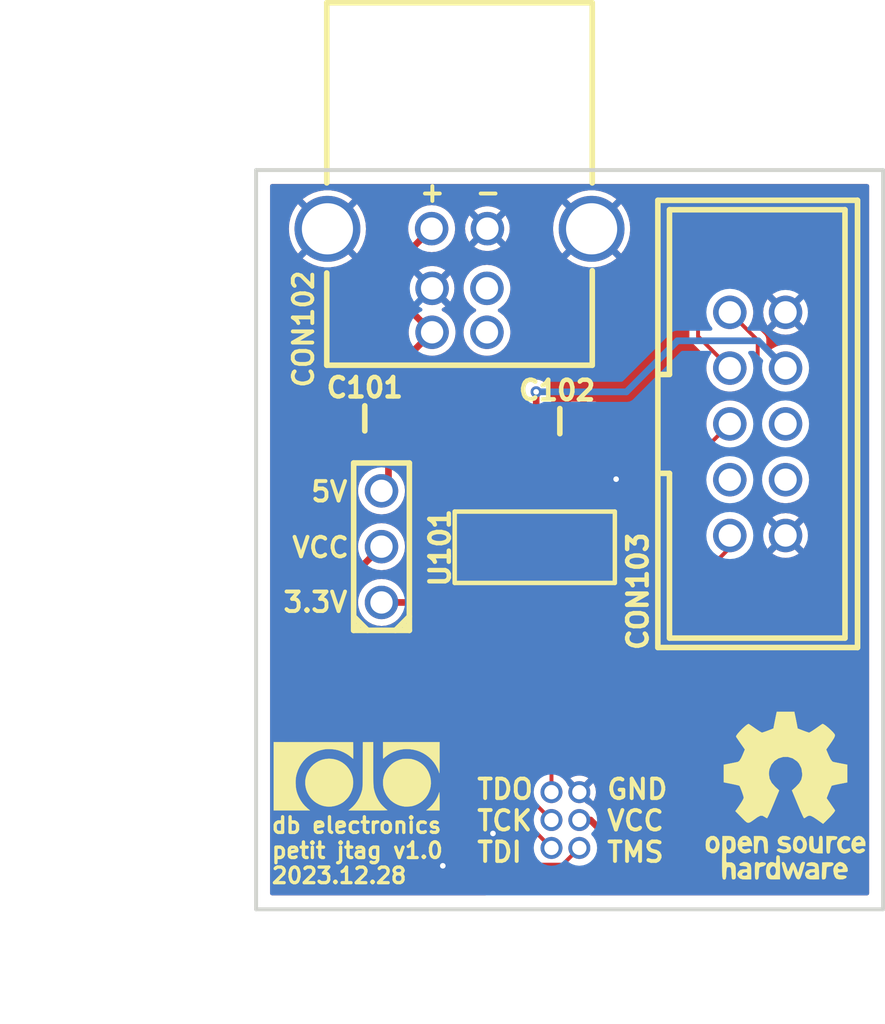
<source format=kicad_pcb>
(kicad_pcb (version 20221018) (generator pcbnew)
  (title_block (title "Petit JTAG") (date "2023-12-28") (rev "1.0") (company "db electronics") (comment 1 "https://github.com/db-electronics/petit-jtag-kicad") (comment 2 "Licensed under CERN OHL v.1.2") (comment 3 "Copyright René Richard 2023"))
  (layers (0 "F.Cu" signal) (31 "B.Cu" signal) (34 "B.Paste" user) (35 "F.Paste" user) (36 "B.SilkS" user "B.Silkscreen") (37 "F.SilkS" user "F.Silkscreen") (38 "B.Mask" user) (39 "F.Mask" user) (44 "Edge.Cuts" user))
  (net 0 "")
  (net 1 "+5V")
  (net 2 "GND")
  (net 3 "+3V3")
  (net 4 "/TDO")
  (net 5 "/TCK")
  (net 6 "VCC")
  (net 7 "/TDI")
  (net 8 "/TMS")
  (footprint "db-thparts:HDR2X3_1.27MM" (layer "F.Cu") (at 158.877 114.046)
    (fp_text reference "CON101" hide)
    (fp_text value "JTAG-2X3-1.27MM-HDR" hide)
    (pad "1" thru_hole circle (at 0 0) (size 1 1) (drill 0.65) (layers "*.Cu" "*.Mask") (net 4 "/TDO"))
    (pad "2" thru_hole circle (at 1.27 0) (size 1 1) (drill 0.65) (layers "*.Cu" "*.Mask") (net 2 "GND"))
    (pad "3" thru_hole circle (at 0 1.27) (size 1 1) (drill 0.65) (layers "*.Cu" "*.Mask") (net 5 "/TCK"))
    (pad "4" thru_hole circle (at 1.27 1.27) (size 1 1) (drill 0.65) (layers "*.Cu" "*.Mask") (net 6 "VCC"))
    (pad "5" thru_hole circle (at 0 2.54) (size 1 1) (drill 0.65) (layers "*.Cu" "*.Mask") (net 7 "/TDI"))
    (pad "6" thru_hole circle (at 1.27 2.54) (size 1 1) (drill 0.65) (layers "*.Cu" "*.Mask") (net 8 "/TMS"))
    (zone (net 0) (net_name "") (layers "*.Cu" "F.SilkS") (name "keepout fills") (connect_pads (clearance 0)) (min_thickness 0.25)
      (keepout (tracks allowed) (vias allowed) (pads allowed) (copperpour not_allowed) (footprints allowed))
      (fill (thermal_gap 0.5) (thermal_bridge_width 0.5))
      (polygon (pts (xy 159.131 116.459) (xy 159.893 116.459) (xy 159.893 114.173) (xy 159.131 114.173)))
    )
  )
  (footprint "db-thparts:USB-B1HSxx" (layer "F.Cu") (at 154.686 91.11)
    (fp_text reference "CON102" (at -7.112 1.854 90) (layer "F.SilkS") (effects (font (size 0.889 0.889) (thickness 0.1778))))
    (fp_text value "USB-B1HSB6" hide)
    (fp_line (start -6.05 -13) (end -6.05 -4.8) (stroke (width 0.254)) (layer "F.SilkS"))
    (fp_line (start -6.05 -13) (end 6.05 -13) (stroke (width 0.254)) (layer "F.SilkS"))
    (fp_line (start -6.05 3.5) (end -6.05 -0.7) (stroke (width 0.254)) (layer "F.SilkS"))
    (fp_line (start -6.05 3.5) (end 6.05 3.5) (stroke (width 0.254)) (layer "F.SilkS"))
    (fp_line (start 6.05 -13) (end 6.05 -4.8) (stroke (width 0.254)) (layer "F.SilkS"))
    (fp_line (start 6.05 3.5) (end 6.05 -0.8) (stroke (width 0.254)) (layer "F.SilkS"))
    (pad "1" thru_hole circle (at -1.25 2) (size 1.524 1.524) (drill 1.016) (layers "*.Cu" "*.Mask") (net 1 "+5V"))
    (pad "2" thru_hole circle (at 1.25 2) (size 1.524 1.524) (drill 1.016) (layers "*.Cu" "*.Mask"))
    (pad "3" thru_hole circle (at 1.25 0) (size 1.524 1.524) (drill 1.016) (layers "*.Cu" "*.Mask"))
    (pad "4" thru_hole circle (at -1.25 0) (size 1.524 1.524) (drill 1.016) (layers "*.Cu" "*.Mask") (net 2 "GND"))
    (pad "5" thru_hole circle (at -6.02 -2.71) (size 3 3) (drill 2.33) (layers "*.Cu" "*.Mask") (net 2 "GND"))
    (pad "5" thru_hole circle (at 6.02 -2.71) (size 3 3) (drill 2.33) (layers "*.Cu" "*.Mask") (net 2 "GND"))
  )
  (footprint "db-thparts:HDR1X3" (layer "F.Cu") (at 151.13 105.41 180)
    (fp_text reference "CON104" hide)
    (fp_text value "HDR1X3" hide)
    (fp_line (start -1.27 -1.27) (end -1.27 6.35) (stroke (width 0.254)) (layer "F.SilkS"))
    (fp_line (start -1.27 -1.27) (end -1.016 -1.016) (stroke (width 0.254)) (layer "F.SilkS"))
    (fp_line (start -1.27 -0.635) (end -0.635 -1.27) (stroke (width 0.254)) (layer "F.SilkS"))
    (fp_line (start -1.27 6.35) (end 1.27 6.35) (stroke (width 0.254)) (layer "F.SilkS"))
    (fp_line (start 0.635 -1.27) (end 1.27 -0.635) (stroke (width 0.254)) (layer "F.SilkS"))
    (fp_line (start 1.27 -1.27) (end -1.27 -1.27) (stroke (width 0.254)) (layer "F.SilkS"))
    (fp_line (start 1.27 -1.27) (end 1.016 -1.016) (stroke (width 0.254)) (layer "F.SilkS"))
    (fp_line (start 1.27 6.35) (end 1.27 -1.27) (stroke (width 0.254)) (layer "F.SilkS"))
    (pad "1" thru_hole circle (at 0 0 180) (size 1.524 1.524) (drill 1.016) (layers "*.Cu" "*.Mask") (net 3 "+3V3"))
    (pad "2" thru_hole circle (at 0 2.54 180) (size 1.524 1.524) (drill 1.016) (layers "*.Cu" "*.Mask") (net 6 "VCC"))
    (pad "3" thru_hole circle (at 0 5.08 180) (size 1.524 1.524) (drill 1.016) (layers "*.Cu" "*.Mask") (net 1 "+5V"))
  )
  (footprint "db-smt:0805" (layer "F.Cu") (at 158.1785 97.155)
    (fp_text reference "C102" (at 0.9525 -1.397) (layer "F.SilkS") (effects (font (size 0.889 0.889) (thickness 0.2032))))
    (fp_text value "10uF" hide)
    (fp_line (start 1.0795 -0.5715) (end 1.0795 0.5715) (stroke (width 0.254)) (layer "F.SilkS"))
    (pad "1" smd rect (at 0 0) (size 1.016 1.27) (layers "F.Cu" "F.Paste" "F.Mask") (net 3 "+3V3"))
    (pad "2" smd rect (at 2.159 0) (size 1.016 1.27) (layers "F.Cu" "F.Paste" "F.Mask") (net 2 "GND"))
  )
  (footprint "db-smt:SOT-223" (layer "F.Cu") (at 158.115 99.822 180)
    (fp_text reference "U101" (at 4.318 -3.1 270) (layer "F.SilkS") (effects (font (size 0.889 0.889) (thickness 0.2032))))
    (fp_text value "AZ1117CH-3.3TRG1" hide)
    (fp_line (start -3.65 -4.7) (end -3.65 -1.45) (stroke (width 0.2032)) (layer "F.SilkS"))
    (fp_line (start -3.65 -4.7) (end 3.65 -4.7) (stroke (width 0.2032)) (layer "F.SilkS"))
    (fp_line (start -3.65 -1.45) (end 3.65 -1.45) (stroke (width 0.2032)) (layer "F.SilkS"))
    (fp_line (start 3.65 -1.45) (end 3.65 -4.7) (stroke (width 0.2032)) (layer "F.SilkS"))
    (pad "1" smd rect (at -2.3 0 180) (size 1.2 2.2) (layers "F.Cu" "F.Paste" "F.Mask") (net 2 "GND"))
    (pad "2" smd rect (at 0 -6.2 180) (size 3.5 2.2) (layers "F.Cu" "F.Paste" "F.Mask") (net 3 "+3V3"))
    (pad "2" smd rect (at 0 0 180) (size 1.2 2.2) (layers "F.Cu" "F.Paste" "F.Mask") (net 3 "+3V3"))
    (pad "3" smd rect (at 2.3 0 180) (size 1.2 2.2) (layers "F.Cu" "F.Paste" "F.Mask") (net 1 "+5V"))
  )
  (footprint "db-smt:0805" (layer "F.Cu") (at 151.4475 97.028 180)
    (fp_text reference "C101" (at 1.0795 1.397) (layer "F.SilkS") (effects (font (size 0.889 0.889) (thickness 0.2032))))
    (fp_text value "10uF" hide)
    (fp_line (start 1.0795 -0.5715) (end 1.0795 0.5715) (stroke (width 0.254)) (layer "F.SilkS"))
    (pad "1" smd rect (at 0 0 180) (size 1.016 1.27) (layers "F.Cu" "F.Paste" "F.Mask") (net 1 "+5V"))
    (pad "2" smd rect (at 2.159 0 180) (size 1.016 1.27) (layers "F.Cu" "F.Paste" "F.Mask") (net 2 "GND"))
  )
  (footprint "db-artwork:db-logo_7.5mm" (layer "F.Cu") (at 150.0124 113.3348)
    (fp_text reference "logo101" hide)
    (fp_text value "logo" hide)
    (fp_poly (pts (xy 3.757476 0.723184) (xy 3.75868 0.747021) (xy 3.759771 0.784754) (xy 3.760725 0.83472) (xy 3.761516 0.895257) (xy 3.762116 0.964701) (xy 3.762501 1.041391) (xy 3.762644 1.123665) (xy 3.762644 1.54122) (xy 3.461288 1.54122) (xy 3.391189 1.54114) (xy 3.326865 1.540912) (xy 3.270265 1.540556) (xy 3.223337 1.54009) (xy 3.188029 1.539532) (xy 3.166291 1.538903) (xy 3.159932 1.538308) (xy 3.166291 1.532168) (xy 3.183456 1.517898) (xy 3.208563 1.497837) (xy 3.229703 1.481314) (xy 3.334247 1.391147) (xy 3.432199 1.288664) (xy 3.521537 1.176688) (xy 3.600238 1.058041) (xy 3.666277 0.935547) (xy 3.717631 0.812028) (xy 3.725048 0.790243) (xy 3.736507 0.757352) (xy 3.746667 0.731724) (xy 3.754013 0.717018) (xy 3.756187 0.714904) (xy 3.757476 0.723184)) (stroke (width 0.01)) (fill solid) (layer "F.SilkS"))
    (fp_poly (pts (xy -1.986796 -1.564919) (xy -0.176508 -1.562746) (xy -0.174265 -1.186051) (xy -0.173907 -1.107381) (xy -0.173788 -1.03428) (xy -0.173895 -0.968491) (xy -0.174215 -0.911756) (xy -0.174736 -0.865819) (xy -0.175445 -0.832421) (xy -0.176328 -0.813307) (xy -0.177028 -0.809356) (xy -0.185216 -0.814732) (xy -0.203022 -0.829151) (xy -0.227343 -0.85005) (xy -0.24158 -0.862669) (xy -0.352584 -0.951996) (xy -0.475603 -1.032899) (xy -0.606747 -1.103299) (xy -0.742125 -1.161115) (xy -0.877849 -1.204268) (xy -0.882823 -1.205555) (xy -0.990833 -1.228202) (xy -1.10705 -1.243532) (xy -1.226221 -1.251272) (xy -1.343089 -1.251153) (xy -1.452401 -1.242903) (xy -1.493864 -1.237099) (xy -1.65457 -1.202771) (xy -1.808228 -1.15337) (xy -1.954018 -1.089643) (xy -2.091116 -1.012333) (xy -2.218701 -0.922187) (xy -2.335951 -0.81995) (xy -2.442044 -0.706368) (xy -2.536157 -0.582185) (xy -2.61747 -0.448147) (xy -2.685159 -0.305) (xy -2.738403 -0.153489) (xy -2.754695 -0.093804) (xy -2.772386 -0.01705) (xy -2.784965 0.054519) (xy -2.792918 0.125906) (xy -2.796734 0.202111) (xy -2.796902 0.288136) (xy -2.795977 0.329263) (xy -2.788278 0.45976) (xy -2.772206 0.579069) (xy -2.746659 0.691611) (xy -2.710534 0.801809) (xy -2.662729 0.914085) (xy -2.637043 0.9666) (xy -2.560425 1.102283) (xy -2.473934 1.22547) (xy -2.375576 1.338595) (xy -2.263359 1.444092) (xy -2.210097 1.487916) (xy -2.142804 1.54122) (xy -3.797084 1.54122) (xy -3.797084 -1.567091) (xy -1.986796 -1.564919)) (stroke (width 0.01)) (fill solid) (layer "F.SilkS"))
    (fp_poly (pts (xy 3.762644 -0.861017) (xy 3.76259 -0.75242) (xy 3.762432 -0.648923) (xy 3.762179 -0.551799) (xy 3.76184 -0.46232) (xy 3.761421 -0.38176) (xy 3.760933 -0.311391) (xy 3.760382 -0.252488) (xy 3.759777 -0.206321) (xy 3.759127 -0.174166) (xy 3.75844 -0.157294) (xy 3.758069 -0.154983) (xy 3.751478 -0.161684) (xy 3.74971 -0.165746) (xy 3.729331 -0.223164) (xy 3.712993 -0.267768) (xy 3.699328 -0.303094) (xy 3.686967 -0.332677) (xy 3.674541 -0.360051) (xy 3.674284 -0.360597) (xy 3.600053 -0.499959) (xy 3.513126 -0.630689) (xy 3.415096 -0.750687) (xy 3.307559 -0.857854) (xy 3.27617 -0.8851) (xy 3.14623 -0.984204) (xy 3.010591 -1.067462) (xy 2.868441 -1.135205) (xy 2.718971 -1.187765) (xy 2.561371 -1.225474) (xy 2.394833 -1.248665) (xy 2.388262 -1.24927) (xy 2.245841 -1.253965) (xy 2.099867 -1.243272) (xy 1.952947 -1.21788) (xy 1.80769 -1.178481) (xy 1.666705 -1.125765) (xy 1.5326 -1.060423) (xy 1.423418 -0.993749) (xy 1.384032 -0.966022) (xy 1.341373 -0.93422) (xy 1.299335 -0.901413) (xy 1.26181 -0.870674) (xy 1.232692 -0.845076) (xy 1.222644 -0.835311) (xy 1.214471 -0.826791) (xy 1.207703 -0.820488) (xy 1.202207 -0.817753) (xy 1.197852 -0.819936) (xy 1.194506 -0.828389) (xy 1.192035 -0.844463) (xy 1.190308 -0.869508) (xy 1.189193 -0.904874) (xy 1.188557 -0.951915) (xy 1.188268 -1.011979) (xy 1.188195 -1.086417) (xy 1.188203 -1.176582) (xy 1.188204 -1.187149) (xy 1.188204 -1.567051) (xy 3.762644 -1.567051) (xy 3.762644 -0.861017)) (stroke (width 0.01)) (fill solid) (layer "F.SilkS"))
    (fp_poly (pts (xy -1.147395 -0.803944) (xy -1.020205 -0.782443) (xy -0.897654 -0.746492) (xy -0.780832 -0.696782) (xy -0.670831 -0.634005) (xy -0.56874 -0.558852) (xy -0.475652 -0.472016) (xy -0.392656 -0.374189) (xy -0.320845 -0.266062) (xy -0.261308 -0.148327) (xy -0.215136 -0.021676) (xy -0.188455 0.086102) (xy -0.182362 0.13053) (xy -0.178566 0.187235) (xy -0.177015 0.251434) (xy -0.177657 0.318343) (xy -0.180439 0.38318) (xy -0.185309 0.441163) (xy -0.192214 0.487508) (xy -0.192898 0.49078) (xy -0.230777 0.62666) (xy -0.284347 0.756275) (xy -0.352935 0.878037) (xy -0.36443 0.895457) (xy -0.399661 0.942287) (xy -0.445164 0.994664) (xy -0.496947 1.048609) (xy -0.551017 1.100139) (xy -0.603383 1.145274) (xy -0.649266 1.179508) (xy -0.766511 1.247912) (xy -0.890454 1.301484) (xy -1.019236 1.339805) (xy -1.150999 1.362455) (xy -1.283886 1.369016) (xy -1.416038 1.359067) (xy -1.433593 1.356457) (xy -1.527842 1.337717) (xy -1.616207 1.311364) (xy -1.705811 1.27512) (xy -1.743559 1.257361) (xy -1.861062 1.191109) (xy -1.966944 1.113195) (xy -2.06088 1.024901) (xy -2.142546 0.92751) (xy -2.211615 0.822307) (xy -2.267763 0.710574) (xy -2.310665 0.593594) (xy -2.339995 0.472652) (xy -2.355429 0.34903) (xy -2.356642 0.224011) (xy -2.343307 0.098879) (xy -2.315102 -0.025082) (xy -2.271699 -0.14659) (xy -2.212774 -0.264362) (xy -2.15259 -0.357322) (xy -2.071526 -0.456049) (xy -1.977971 -0.545643) (xy -1.874347 -0.624438) (xy -1.763075 -0.690769) (xy -1.646575 -0.74297) (xy -1.545889 -0.774822) (xy -1.411328 -0.800825) (xy -1.278133 -0.810302) (xy -1.147395 -0.803944)) (stroke (width 0.01)) (fill solid) (layer "F.SilkS"))
    (fp_poly (pts (xy 2.33831 -0.804099) (xy 2.385779 -0.803057) (xy 2.423564 -0.800999) (xy 2.455428 -0.797611) (xy 2.485139 -0.792582) (xy 2.516461 -0.785597) (xy 2.52278 -0.784054) (xy 2.606119 -0.761042) (xy 2.680428 -0.734613) (xy 2.753896 -0.701673) (xy 2.791455 -0.682542) (xy 2.90587 -0.612843) (xy 3.009759 -0.530206) (xy 3.102247 -0.435955) (xy 3.182458 -0.331417) (xy 3.249516 -0.217916) (xy 3.302545 -0.096777) (xy 3.340668 0.030675) (xy 3.363011 0.163115) (xy 3.365099 0.185118) (xy 3.368258 0.320962) (xy 3.355016 0.454169) (xy 3.326002 0.583426) (xy 3.281845 0.70742) (xy 3.223172 0.824839) (xy 3.150614 0.934368) (xy 3.064798 1.034696) (xy 2.966353 1.124508) (xy 2.887925 1.181978) (xy 2.779906 1.246609) (xy 2.670798 1.2966) (xy 2.555594 1.33408) (xy 2.496949 1.34819) (xy 2.466507 1.353062) (xy 2.424391 1.357498) (xy 2.374767 1.3613) (xy 2.321796 1.364271) (xy 2.269642 1.366212) (xy 2.222469 1.366927) (xy 2.184439 1.366217) (xy 2.161153 1.364143) (xy 2.141777 1.36095) (xy 2.111964 1.356122) (xy 2.079356 1.350894) (xy 1.970166 1.325786) (xy 1.859608 1.285879) (xy 1.751068 1.232923) (xy 1.647934 1.168669) (xy 1.553592 1.09487) (xy 1.514948 1.059051) (xy 1.423124 0.957671) (xy 1.345994 0.847684) (xy 1.283241 0.728526) (xy 1.234549 0.599636) (xy 1.21385 0.52522) (xy 1.2036 0.471039) (xy 1.19591 0.405212) (xy 1.191017 0.33316) (xy 1.189164 0.260301) (xy 1.190588 0.192053) (xy 1.195531 0.133836) (xy 1.196277 0.128432) (xy 1.22421 -0.007295) (xy 1.267609 -0.135709) (xy 1.326232 -0.256317) (xy 1.39984 -0.36863) (xy 1.488194 -0.472158) (xy 1.491585 -0.475651) (xy 1.590058 -0.566497) (xy 1.694215 -0.642198) (xy 1.806183 -0.703977) (xy 1.928086 -0.753058) (xy 2.021437 -0.780767) (xy 2.05554 -0.789271) (xy 2.084829 -0.795478) (xy 2.113116 -0.799743) (xy 2.144211 -0.802416) (xy 2.181926 -0.80385) (xy 2.230072 -0.804398) (xy 2.27739 -0.804436) (xy 2.33831 -0.804099)) (stroke (width 0.01)) (fill solid) (layer "F.SilkS"))
    (fp_poly (pts (xy 0.740475 -0.616678) (xy 0.7405 -0.459865) (xy 0.740597 -0.319208) (xy 0.740797 -0.193639) (xy 0.741131 -0.082094) (xy 0.74163 0.016493) (xy 0.742326 0.103187) (xy 0.74325 0.179054) (xy 0.744434 0.245159) (xy 0.745909 0.302569) (xy 0.747705 0.352348) (xy 0.749855 0.395562) (xy 0.75239 0.433277) (xy 0.75534 0.466558) (xy 0.758738 0.496471) (xy 0.762615 0.524081) (xy 0.767001 0.550454) (xy 0.771929 0.576655) (xy 0.776162 0.597626) (xy 0.808071 0.720723) (xy 0.852772 0.846031) (xy 0.908262 0.969321) (xy 0.972537 1.086363) (xy 1.043594 1.192926) (xy 1.080616 1.240442) (xy 1.116159 1.281047) (xy 1.160259 1.327628) (xy 1.208455 1.375771) (xy 1.256285 1.421063) (xy 1.29929 1.459091) (xy 1.313051 1.47041) (xy 1.341611 1.4934) (xy 1.366071 1.513323) (xy 1.382514 1.52698) (xy 1.38593 1.529937) (xy 1.385551 1.53179) (xy 1.379458 1.533437) (xy 1.366783 1.53489) (xy 1.346657 1.53616) (xy 1.318214 1.537257) (xy 1.280584 1.538193) (xy 1.232901 1.53898) (xy 1.174296 1.539627) (xy 1.103902 1.540147) (xy 1.020851 1.54055) (xy 0.924275 1.540847) (xy 0.813306 1.541051) (xy 0.687076 1.54117) (xy 0.544718 1.541218) (xy 0.505252 1.54122) (xy -0.388034 1.54122) (xy -0.30236 1.472307) (xy -0.182755 1.365154) (xy -0.075264 1.246242) (xy 0.019268 1.11683) (xy 0.099995 0.978182) (xy 0.166073 0.831558) (xy 0.206973 0.712218) (xy 0.214978 0.685563) (xy 0.222158 0.661645) (xy 0.228563 0.639433) (xy 0.23424 0.6179) (xy 0.239239 0.596016) (xy 0.243608 0.572753) (xy 0.247397 0.547081) (xy 0.250655 0.517972) (xy 0.25343 0.484396) (xy 0.255772 0.445326) (xy 0.257728 0.399731) (xy 0.259349 0.346584) (xy 0.260682 0.284854) (xy 0.261777 0.213514) (xy 0.262683 0.131535) (xy 0.263449 0.037887) (xy 0.264123 -0.068458) (xy 0.264754 -0.18853) (xy 0.265392 -0.323356) (xy 0.266084 -0.473967) (xy 0.266384 -0.538136) (xy 0.271221 -1.562746) (xy 0.740475 -1.567328) (xy 0.740475 -0.616678)) (stroke (width 0.01)) (fill solid) (layer "F.SilkS"))
  )
  (footprint "db-artwork:oshw-logo_7.5mm" (layer "F.Cu") (at 169.545 114.173)
    (fp_text reference "logo102" hide)
    (fp_text value "logo" hide)
    (fp_poly (pts (xy 2.22811 1.877412) (xy 2.32344 1.894297) (xy 2.352796 1.910333) (xy 2.352453 1.97402) (xy 2.301982 2.030846) (xy 2.232318 2.049496) (xy 2.218866 2.045914) (xy 2.128443 2.045235) (xy 2.067523 2.123527) (xy 2.036362 2.280306) (xy 2.032 2.397016) (xy 2.029261 2.544228) (xy 2.0171 2.625709) (xy 1.989602 2.660325) (xy 1.947334 2.667) (xy 1.907758 2.660853) (xy 1.882879 2.631872) (xy 1.869322 2.564247) (xy 1.863712 2.442169) (xy 1.862667 2.270401) (xy 1.862667 1.873803) (xy 2.095152 1.871714) (xy 2.22811 1.877412)) (stroke (width 0.01)) (fill solid) (layer "F.SilkS"))
    (fp_poly (pts (xy 2.022973 3.065188) (xy 2.127916 3.079321) (xy 2.15971 3.090771) (xy 2.190713 3.141916) (xy 2.158229 3.198734) (xy 2.080209 3.243732) (xy 1.986418 3.259666) (xy 1.922796 3.263281) (xy 1.88592 3.286651) (xy 1.867083 3.348566) (xy 1.857579 3.467816) (xy 1.854018 3.545416) (xy 1.844786 3.698174) (xy 1.829135 3.785832) (xy 1.799916 3.827958) (xy 1.749983 3.844114) (xy 1.74462 3.844907) (xy 1.699481 3.848141) (xy 1.671736 3.831952) (xy 1.657946 3.780902) (xy 1.654675 3.679555) (xy 1.658485 3.512471) (xy 1.659953 3.464671) (xy 1.672167 3.070692) (xy 1.887265 3.063011) (xy 2.022973 3.065188)) (stroke (width 0.01)) (fill solid) (layer "F.SilkS"))
    (fp_poly (pts (xy -1.243579 3.06787) (xy -1.227666 3.095516) (xy -1.20757 3.118205) (xy -1.164716 3.090789) (xy -1.091078 3.064163) (xy -0.996521 3.065817) (xy -0.917282 3.090822) (xy -0.889 3.128289) (xy -0.926827 3.194313) (xy -1.022505 3.247304) (xy -1.100666 3.266193) (xy -1.157175 3.27999) (xy -1.190253 3.314953) (xy -1.207681 3.390827) (xy -1.217238 3.527358) (xy -1.219017 3.566583) (xy -1.228565 3.719624) (xy -1.244389 3.806152) (xy -1.272541 3.844321) (xy -1.314267 3.852333) (xy -1.352752 3.845812) (xy -1.377044 3.815809) (xy -1.390367 3.746659) (xy -1.395943 3.622698) (xy -1.397 3.450166) (xy -1.395721 3.263248) (xy -1.389682 3.145278) (xy -1.375574 3.080552) (xy -1.350093 3.053364) (xy -1.312333 3.048) (xy -1.243579 3.06787)) (stroke (width 0.01)) (fill solid) (layer "F.SilkS"))
    (fp_poly (pts (xy 2.82331 1.881264) (xy 2.900728 1.921585) (xy 2.954549 1.976468) (xy 2.938543 2.031202) (xy 2.926375 2.046689) (xy 2.867729 2.089704) (xy 2.794886 2.065028) (xy 2.790244 2.062162) (xy 2.688997 2.035925) (xy 2.607165 2.084516) (xy 2.556628 2.198436) (xy 2.548193 2.255768) (xy 2.564622 2.388194) (xy 2.630992 2.466225) (xy 2.732961 2.478284) (xy 2.794875 2.454865) (xy 2.892314 2.429654) (xy 2.952714 2.466943) (xy 2.963334 2.514536) (xy 2.927022 2.570213) (xy 2.839411 2.624309) (xy 2.732489 2.660019) (xy 2.675592 2.665712) (xy 2.579023 2.643735) (xy 2.52545 2.619056) (xy 2.43773 2.52739) (xy 2.374678 2.387215) (xy 2.349389 2.23389) (xy 2.355582 2.160339) (xy 2.420428 2.017455) (xy 2.535378 1.916578) (xy 2.677362 1.867814) (xy 2.82331 1.881264)) (stroke (width 0.01)) (fill solid) (layer "F.SilkS"))
    (fp_poly (pts (xy -1.029438 1.881142) (xy -0.913774 1.922038) (xy -0.84505 2.007565) (xy -0.812251 2.150923) (xy -0.804333 2.3495) (xy -0.806414 2.512016) (xy -0.815692 2.607385) (xy -0.836722 2.653087) (xy -0.87406 2.666601) (xy -0.887066 2.667) (xy -0.9321 2.657027) (xy -0.959038 2.61493) (xy -0.974067 2.522436) (xy -0.982316 2.385669) (xy -0.995486 2.219747) (xy -1.020254 2.118959) (xy -1.061858 2.06401) (xy -1.071396 2.057586) (xy -1.153734 2.04262) (xy -1.216706 2.104179) (xy -1.256668 2.235593) (xy -1.27 2.421091) (xy -1.273294 2.560192) (xy -1.287682 2.634364) (xy -1.319921 2.663232) (xy -1.354666 2.667) (xy -1.394242 2.660853) (xy -1.419121 2.631872) (xy -1.432678 2.564247) (xy -1.438288 2.442169) (xy -1.439333 2.270401) (xy -1.439333 1.873803) (xy -1.203055 1.871679) (xy -1.029438 1.881142)) (stroke (width 0.01)) (fill solid) (layer "F.SilkS"))
    (fp_poly (pts (xy 0.790285 1.90013) (xy 0.902959 2.004503) (xy 0.964874 2.163757) (xy 0.973667 2.264833) (xy 0.943669 2.445903) (xy 0.863097 2.577067) (xy 0.746085 2.649834) (xy 0.606768 2.655716) (xy 0.459278 2.586223) (xy 0.450209 2.57926) (xy 0.383399 2.514244) (xy 0.349961 2.435757) (xy 0.339122 2.313135) (xy 0.338751 2.271196) (xy 0.508 2.271196) (xy 0.534069 2.391705) (xy 0.597694 2.461401) (xy 0.677001 2.474793) (xy 0.750118 2.42639) (xy 0.788905 2.341708) (xy 0.791675 2.221391) (xy 0.768281 2.134711) (xy 0.701714 2.049293) (xy 0.62637 2.036002) (xy 0.558781 2.086167) (xy 0.515479 2.191119) (xy 0.508 2.271196) (xy 0.338751 2.271196) (xy 0.338667 2.26176) (xy 0.362385 2.063774) (xy 0.434646 1.934067) (xy 0.557111 1.870416) (xy 0.636924 1.862666) (xy 0.790285 1.90013)) (stroke (width 0.01)) (fill solid) (layer "F.SilkS"))
    (fp_poly (pts (xy -3.149684 1.921286) (xy -3.057849 2.037379) (xy -3.009596 2.202889) (xy -3.005666 2.272466) (xy -3.036276 2.450477) (xy -3.11824 2.57921) (xy -3.236761 2.649993) (xy -3.377042 2.654152) (xy -3.524285 2.583017) (xy -3.529124 2.57926) (xy -3.597043 2.512578) (xy -3.630364 2.431505) (xy -3.640441 2.304474) (xy -3.640666 2.26914) (xy -3.639305 2.246067) (xy -3.464082 2.246067) (xy -3.453415 2.377047) (xy -3.405317 2.441241) (xy -3.308783 2.473499) (xy -3.228568 2.433489) (xy -3.181208 2.33361) (xy -3.175 2.268527) (xy -3.200222 2.132533) (xy -3.262034 2.05715) (xy -3.339656 2.04399) (xy -3.412307 2.09467) (xy -3.459207 2.210803) (xy -3.464082 2.246067) (xy -3.639305 2.246067) (xy -3.631853 2.119818) (xy -3.598824 2.022228) (xy -3.542688 1.954712) (xy -3.406504 1.871432) (xy -3.270703 1.863131) (xy -3.149684 1.921286)) (stroke (width 0.01)) (fill solid) (layer "F.SilkS"))
    (fp_poly (pts (xy 1.648214 1.868804) (xy 1.673088 1.897748) (xy 1.686654 1.965297) (xy 1.692278 2.087246) (xy 1.693334 2.259948) (xy 1.693334 2.65723) (xy 1.480324 2.65723) (xy 1.283198 2.63453) (xy 1.173408 2.581219) (xy 1.123775 2.530084) (xy 1.095293 2.461866) (xy 1.082393 2.353641) (xy 1.0795 2.19452) (xy 1.081421 2.034261) (xy 1.090856 1.939888) (xy 1.113315 1.892646) (xy 1.154311 1.873776) (xy 1.17475 1.870305) (xy 1.224546 1.868374) (xy 1.253053 1.891989) (xy 1.266185 1.958675) (xy 1.269856 2.085954) (xy 1.27 2.152527) (xy 1.277127 2.33179) (xy 1.302216 2.436439) (xy 1.350831 2.475616) (xy 1.428536 2.458461) (xy 1.449917 2.448123) (xy 1.492103 2.408286) (xy 1.515072 2.330379) (xy 1.523565 2.19445) (xy 1.524 2.136343) (xy 1.526667 1.987916) (xy 1.538536 1.905334) (xy 1.565408 1.869845) (xy 1.608667 1.862666) (xy 1.648214 1.868804)) (stroke (width 0.01)) (fill solid) (layer "F.SilkS"))
    (fp_poly (pts (xy -1.706223 1.902656) (xy -1.602585 2.001704) (xy -1.540886 2.155077) (xy -1.53834 2.169583) (xy -1.512922 2.328333) (xy -1.751294 2.328333) (xy -1.895547 2.334301) (xy -1.97017 2.354641) (xy -1.989666 2.38898) (xy -1.954272 2.450897) (xy -1.870123 2.481492) (xy -1.770271 2.471265) (xy -1.743751 2.459659) (xy -1.655783 2.441119) (xy -1.615152 2.465781) (xy -1.571371 2.527493) (xy -1.595679 2.574918) (xy -1.674158 2.617871) (xy -1.82639 2.662932) (xy -1.956018 2.638274) (xy -2.044207 2.581817) (xy -2.149803 2.448119) (xy -2.187844 2.275654) (xy -2.160666 2.106083) (xy -1.979083 2.106083) (xy -1.957054 2.146227) (xy -1.862666 2.159) (xy -1.765627 2.145022) (xy -1.74625 2.106083) (xy -1.797275 2.064761) (xy -1.862666 2.053166) (xy -1.946453 2.073122) (xy -1.979083 2.106083) (xy -2.160666 2.106083) (xy -2.158941 2.095321) (xy -2.07816 1.954264) (xy -1.963072 1.876655) (xy -1.832739 1.860212) (xy -1.706223 1.902656)) (stroke (width 0.01)) (fill solid) (layer "F.SilkS"))
    (fp_poly (pts (xy 0.032085 1.87269) (xy 0.145844 1.911644) (xy 0.21911 1.964544) (xy 0.219508 2.01279) (xy 0.158639 2.045933) (xy 0.048103 2.053524) (xy -0.004943 2.047466) (xy -0.113125 2.036538) (xy -0.160745 2.053896) (xy -0.169333 2.090089) (xy -0.135859 2.14482) (xy -0.051753 2.159) (xy 0.098843 2.190268) (xy 0.206821 2.273798) (xy 0.253423 2.394177) (xy 0.254 2.410216) (xy 0.234066 2.515625) (xy 0.194278 2.579198) (xy 0.068404 2.636472) (xy -0.093281 2.648349) (xy -0.254236 2.613399) (xy -0.288299 2.598086) (xy -0.376246 2.547028) (xy -0.397284 2.508044) (xy -0.367321 2.465845) (xy -0.297276 2.427195) (xy -0.219388 2.4512) (xy -0.09877 2.49182) (xy 0.008521 2.488788) (xy 0.066425 2.4506) (xy 0.064241 2.393468) (xy -0.004521 2.349419) (xy -0.1218 2.329272) (xy -0.136607 2.328981) (xy -0.257545 2.291982) (xy -0.336547 2.199474) (xy -0.356488 2.076901) (xy -0.343034 2.022321) (xy -0.261692 1.915345) (xy -0.13084 1.864152) (xy 0.032085 1.87269)) (stroke (width 0.01)) (fill solid) (layer "F.SilkS"))
    (fp_poly (pts (xy 1.328847 3.077167) (xy 1.44165 3.129082) (xy 1.481152 3.174038) (xy 1.502915 3.255803) (xy 1.518339 3.392208) (xy 1.524 3.548666) (xy 1.524 3.843232) (xy 1.275608 3.846729) (xy 1.114456 3.841178) (xy 1.01354 3.815389) (xy 0.958108 3.773862) (xy 0.891367 3.65341) (xy 0.892583 3.636379) (xy 1.076895 3.636379) (xy 1.078074 3.638359) (xy 1.14299 3.675222) (xy 1.236482 3.670727) (xy 1.318066 3.6325) (xy 1.346826 3.58775) (xy 1.333302 3.529338) (xy 1.262521 3.514314) (xy 1.149223 3.532831) (xy 1.080827 3.577905) (xy 1.076895 3.636379) (xy 0.892583 3.636379) (xy 0.899501 3.539574) (xy 0.973199 3.448011) (xy 1.103152 3.394374) (xy 1.188357 3.386666) (xy 1.30554 3.375539) (xy 1.352492 3.33918) (xy 1.354667 3.323973) (xy 1.316371 3.267176) (xy 1.214052 3.233756) (xy 1.066564 3.229775) (xy 1.062618 3.230092) (xy 0.970587 3.216697) (xy 0.945988 3.1706) (xy 0.991736 3.113928) (xy 1.043869 3.087785) (xy 1.185723 3.061325) (xy 1.328847 3.077167)) (stroke (width 0.01)) (fill solid) (layer "F.SilkS"))
    (fp_poly (pts (xy 3.471791 1.901043) (xy 3.579104 2.001264) (xy 3.636305 2.140963) (xy 3.640667 2.193478) (xy 3.640667 2.328333) (xy 3.404306 2.328333) (xy 3.254758 2.338375) (xy 3.187429 2.368528) (xy 3.202284 2.418829) (xy 3.272624 2.473166) (xy 3.359362 2.494157) (xy 3.432171 2.463177) (xy 3.513164 2.429624) (xy 3.579256 2.457167) (xy 3.58483 2.461693) (xy 3.622675 2.506952) (xy 3.599944 2.552523) (xy 3.555657 2.591123) (xy 3.411286 2.658886) (xy 3.256596 2.65132) (xy 3.116674 2.57) (xy 3.109576 2.56309) (xy 3.02468 2.429482) (xy 2.99842 2.275213) (xy 3.021416 2.137379) (xy 3.194122 2.137379) (xy 3.228407 2.155468) (xy 3.316655 2.159) (xy 3.417206 2.150998) (xy 3.449524 2.121899) (xy 3.444309 2.0955) (xy 3.386306 2.040795) (xy 3.344988 2.032) (xy 3.255617 2.06256) (xy 3.217334 2.0955) (xy 3.194122 2.137379) (xy 3.021416 2.137379) (xy 3.024174 2.120852) (xy 3.095322 1.98697) (xy 3.205241 1.894136) (xy 3.33503 1.862666) (xy 3.471791 1.901043)) (stroke (width 0.01)) (fill solid) (layer "F.SilkS"))
    (fp_poly (pts (xy -1.759714 3.066267) (xy -1.660419 3.1139) (xy -1.612437 3.156684) (xy -1.584121 3.215841) (xy -1.570455 3.312575) (xy -1.566425 3.468094) (xy -1.566333 3.511688) (xy -1.566333 3.843576) (xy -1.800745 3.846376) (xy -1.959576 3.839163) (xy -2.062327 3.808311) (xy -2.118245 3.766088) (xy -2.189099 3.668778) (xy -2.18802 3.608916) (xy -1.981825 3.608916) (xy -1.972562 3.662209) (xy -1.904702 3.681907) (xy -1.865771 3.683) (xy -1.771873 3.670737) (xy -1.737708 3.623788) (xy -1.735666 3.595521) (xy -1.752352 3.533005) (xy -1.818071 3.518547) (xy -1.851721 3.521438) (xy -1.948235 3.557578) (xy -1.981825 3.608916) (xy -2.18802 3.608916) (xy -2.187381 3.573542) (xy -2.135433 3.480752) (xy -2.059636 3.412876) (xy -1.942561 3.387717) (xy -1.899495 3.386666) (xy -1.790033 3.380095) (xy -1.745558 3.354318) (xy -1.744177 3.312583) (xy -1.782296 3.259086) (xy -1.879606 3.239161) (xy -1.912606 3.2385) (xy -2.045718 3.225828) (xy -2.105687 3.190437) (xy -2.088197 3.136267) (xy -2.055592 3.108038) (xy -1.915753 3.053823) (xy -1.759714 3.066267)) (stroke (width 0.01)) (fill solid) (layer "F.SilkS"))
    (fp_poly (pts (xy 2.626053 3.086625) (xy 2.746604 3.187969) (xy 2.8216 3.330232) (xy 2.836334 3.430991) (xy 2.825786 3.478603) (xy 2.780924 3.503548) (xy 2.68192 3.512774) (xy 2.600396 3.513666) (xy 2.465336 3.517304) (xy 2.396809 3.532229) (xy 2.376846 3.564462) (xy 2.379217 3.58775) (xy 2.412386 3.637989) (xy 2.498404 3.659455) (xy 2.568909 3.661833) (xy 2.71262 3.673377) (xy 2.781052 3.706322) (xy 2.771024 3.758135) (xy 2.732926 3.792294) (xy 2.610922 3.839976) (xy 2.460252 3.847119) (xy 2.327492 3.812007) (xy 2.319417 3.807541) (xy 2.252302 3.728358) (xy 2.202928 3.597633) (xy 2.180464 3.448058) (xy 2.187764 3.338095) (xy 2.208344 3.292693) (xy 2.372425 3.292693) (xy 2.380938 3.345992) (xy 2.449784 3.382016) (xy 2.497667 3.386666) (xy 2.595757 3.368954) (xy 2.624667 3.327695) (xy 2.589395 3.262629) (xy 2.506623 3.23351) (xy 2.434167 3.244357) (xy 2.372425 3.292693) (xy 2.208344 3.292693) (xy 2.238112 3.227022) (xy 2.328117 3.124733) (xy 2.429995 3.058791) (xy 2.480217 3.048) (xy 2.626053 3.086625)) (stroke (width 0.01)) (fill solid) (layer "F.SilkS"))
    (fp_poly (pts (xy -0.303943 2.756376) (xy -0.280278 2.779548) (xy -0.265561 2.834748) (xy -0.257684 2.93554) (xy -0.254535 3.095491) (xy -0.254 3.296005) (xy -0.254 3.840345) (xy -0.507282 3.843936) (xy -0.656761 3.841165) (xy -0.747343 3.822851) (xy -0.804373 3.781962) (xy -0.824782 3.755844) (xy -0.873586 3.633793) (xy -0.891162 3.474797) (xy -0.890475 3.46589) (xy -0.719666 3.46589) (xy -0.695394 3.58952) (xy -0.635375 3.662747) (xy -0.558803 3.677134) (xy -0.484873 3.624245) (xy -0.459386 3.580288) (xy -0.432928 3.459209) (xy -0.450252 3.34057) (xy -0.504532 3.25794) (xy -0.527576 3.244968) (xy -0.609057 3.252344) (xy -0.678831 3.321375) (xy -0.717215 3.429423) (xy -0.719666 3.46589) (xy -0.890475 3.46589) (xy -0.8786 3.312123) (xy -0.836994 3.17904) (xy -0.804333 3.132666) (xy -0.691453 3.058187) (xy -0.569848 3.06334) (xy -0.505217 3.091822) (xy -0.455206 3.11101) (xy -0.431165 3.086533) (xy -0.423743 3.001473) (xy -0.423333 2.943656) (xy -0.417883 2.82404) (xy -0.395211 2.767243) (xy -0.345841 2.751769) (xy -0.338666 2.751666) (xy -0.303943 2.756376)) (stroke (width 0.01)) (fill solid) (layer "F.SilkS"))
    (fp_poly (pts (xy 0.873303 3.057858) (xy 0.889 3.071407) (xy 0.877607 3.119639) (xy 0.847032 3.229717) (xy 0.802683 3.382469) (xy 0.775057 3.475455) (xy 0.718782 3.655414) (xy 0.67573 3.767487) (xy 0.638235 3.825838) (xy 0.598629 3.84463) (xy 0.575731 3.843631) (xy 0.515015 3.810127) (xy 0.462799 3.719413) (xy 0.421592 3.598333) (xy 0.352837 3.3655) (xy 0.274521 3.608916) (xy 0.215277 3.765064) (xy 0.159474 3.845163) (xy 0.10309 3.84765) (xy 0.042104 3.77096) (xy -0.027505 3.613529) (xy -0.077704 3.471866) (xy -0.134395 3.287803) (xy -0.166094 3.151397) (xy -0.170009 3.075753) (xy -0.164126 3.065948) (xy -0.084956 3.055934) (xy -0.015993 3.129422) (xy 0.042212 3.2858) (xy 0.045427 3.298107) (xy 0.080012 3.413179) (xy 0.110399 3.480658) (xy 0.124227 3.488752) (xy 0.15075 3.437966) (xy 0.191467 3.334887) (xy 0.215321 3.267256) (xy 0.265833 3.151114) (xy 0.31848 3.080217) (xy 0.342147 3.069166) (xy 0.388612 3.106985) (xy 0.445645 3.208025) (xy 0.489352 3.316) (xy 0.576886 3.562834) (xy 0.648454 3.305417) (xy 0.694848 3.158686) (xy 0.737457 3.078903) (xy 0.786334 3.049485) (xy 0.804511 3.048) (xy 0.873303 3.057858)) (stroke (width 0.01)) (fill solid) (layer "F.SilkS"))
    (fp_poly (pts (xy -2.473218 1.881848) (xy -2.360057 1.934799) (xy -2.297863 2.040136) (xy -2.274901 2.210464) (xy -2.273905 2.271678) (xy -2.279907 2.419636) (xy -2.303797 2.511864) (xy -2.354396 2.576816) (xy -2.37362 2.593237) (xy -2.503933 2.653689) (xy -2.591335 2.650383) (xy -2.659006 2.640494) (xy -2.694094 2.658364) (xy -2.707303 2.722778) (xy -2.709333 2.852522) (xy -2.709333 2.8575) (xy -2.707469 2.989441) (xy -2.69474 3.055502) (xy -2.660445 3.074468) (xy -2.59388 3.065125) (xy -2.591335 3.064616) (xy -2.453262 3.074597) (xy -2.372074 3.123014) (xy -2.318902 3.175622) (xy -2.287923 3.241585) (xy -2.272986 3.344219) (xy -2.267937 3.506841) (xy -2.267823 3.518089) (xy -2.268185 3.679118) (xy -2.276534 3.774173) (xy -2.298027 3.821899) (xy -2.337821 3.840942) (xy -2.358088 3.844432) (xy -2.407629 3.845267) (xy -2.436946 3.8184) (xy -2.452821 3.746198) (xy -2.462035 3.611026) (xy -2.463921 3.569266) (xy -2.472433 3.416924) (xy -2.486367 3.330562) (xy -2.513383 3.291522) (xy -2.561141 3.281146) (xy -2.582333 3.280833) (xy -2.63866 3.285987) (xy -2.67158 3.313945) (xy -2.688855 3.383448) (xy -2.698249 3.513239) (xy -2.700684 3.566583) (xy -2.710366 3.719947) (xy -2.726444 3.806661) (xy -2.754789 3.844743) (xy -2.793821 3.852333) (xy -2.840672 3.839996) (xy -2.867769 3.790241) (xy -2.882443 3.683949) (xy -2.887137 3.608916) (xy -2.890662 3.484501) (xy -2.892323 3.295455) (xy -2.892112 3.061793) (xy -2.890024 2.80353) (xy -2.887436 2.618439) (xy -2.88074 2.214871) (xy -2.701481 2.214871) (xy -2.693607 2.351299) (xy -2.652641 2.453359) (xy -2.588565 2.497362) (xy -2.582333 2.497666) (xy -2.531393 2.468996) (xy -2.500118 2.437121) (xy -2.470372 2.357131) (xy -2.461815 2.238104) (xy -2.463185 2.214871) (xy -2.479428 2.1083) (xy -2.516064 2.0624) (xy -2.582333 2.053166) (xy -2.653022 2.064577) (xy -2.687196 2.114779) (xy -2.701481 2.214871) (xy -2.88074 2.214871) (xy -2.875039 1.871379) (xy -2.64908 1.86868) (xy -2.473218 1.881848)) (stroke (width 0.01)) (fill solid) (layer "F.SilkS"))
    (fp_poly (pts (xy 0.43056 -3.640667) (xy 0.45725 -3.511282) (xy 0.490022 -3.346986) (xy 0.507154 -3.259094) (xy 0.55218 -3.025687) (xy 0.796344 -2.93101) (xy 0.930353 -2.881115) (xy 1.032684 -2.846812) (xy 1.075794 -2.836334) (xy 1.125198 -2.859205) (xy 1.223245 -2.919614) (xy 1.350142 -3.005254) (xy 1.370458 -3.019528) (xy 1.503435 -3.112644) (xy 1.613169 -3.188027) (xy 1.678037 -3.230843) (xy 1.681641 -3.233007) (xy 1.732262 -3.219166) (xy 1.823224 -3.159301) (xy 1.936625 -3.068845) (xy 2.054565 -2.963225) (xy 2.159144 -2.857873) (xy 2.232459 -2.768218) (xy 2.245544 -2.746943) (xy 2.249635 -2.689091) (xy 2.21076 -2.595359) (xy 2.123556 -2.454487) (xy 2.067641 -2.373458) (xy 1.852573 -2.068198) (xy 1.968402 -1.795664) (xy 2.051438 -1.624936) (xy 2.125107 -1.52917) (xy 2.174532 -1.502206) (xy 2.262548 -1.483449) (xy 2.401544 -1.455506) (xy 2.54 -1.428558) (xy 2.815167 -1.375834) (xy 2.815167 -0.5715) (xy 2.464817 -0.503373) (xy 2.303708 -0.470501) (xy 2.178266 -0.441994) (xy 2.10868 -0.422554) (xy 2.101212 -0.418707) (xy 2.080205 -0.373901) (xy 2.037557 -0.271817) (xy 1.982296 -0.134095) (xy 1.979498 -0.127) (xy 1.87104 0.148166) (xy 2.050047 0.402166) (xy 2.14135 0.532764) (xy 2.214223 0.638918) (xy 2.254021 0.699273) (xy 2.255457 0.70169) (xy 2.238781 0.749167) (xy 2.172315 0.839355) (xy 2.06803 0.957054) (xy 1.996597 1.03029) (xy 1.711334 1.313366) (xy 1.440067 1.122349) (xy 1.277811 1.01366) (xy 1.162448 0.954486) (xy 1.075852 0.940114) (xy 0.999896 0.965829) (xy 0.954992 0.996179) (xy 0.880675 1.044293) (xy 0.843786 1.058333) (xy 0.818662 1.021264) (xy 0.767845 0.918783) (xy 0.697357 0.76398) (xy 0.613221 0.569945) (xy 0.552732 0.425763) (xy 0.29071 -0.206807) (xy 0.465596 -0.364806) (xy 0.626057 -0.53221) (xy 0.71978 -0.692915) (xy 0.758912 -0.870974) (xy 0.762 -0.951758) (xy 0.725592 -1.211427) (xy 0.615931 -1.429129) (xy 0.523797 -1.531891) (xy 0.322785 -1.669358) (xy 0.105537 -1.733737) (xy -0.114047 -1.731064) (xy -0.322067 -1.667373) (xy -0.504623 -1.548699) (xy -0.647816 -1.381075) (xy -0.737745 -1.170537) (xy -0.762 -0.973667) (xy -0.730919 -0.746578) (xy -0.631994 -0.546807) (xy -0.469326 -0.367987) (xy -0.29071 -0.206807) (xy -0.552732 0.425763) (xy -0.642605 0.638626) (xy -0.722832 0.820954) (xy -0.78739 0.959657) (xy -0.830257 1.041646) (xy -0.843786 1.058333) (xy -0.896561 1.035414) (xy -0.954992 0.996179) (xy -1.053564 0.943252) (xy -1.153282 0.946343) (xy -1.27689 1.008692) (xy -1.337732 1.050669) (xy -1.500333 1.169152) (xy -1.611936 1.242064) (xy -1.693424 1.268574) (xy -1.765681 1.247851) (xy -1.849589 1.179064) (xy -1.966032 1.061381) (xy -2.002697 1.024199) (xy -2.287033 0.737667) (xy -2.096016 0.4664) (xy -2.004898 0.328375) (xy -1.937405 0.209704) (xy -1.905898 0.132517) (xy -1.905 0.124378) (xy -1.919618 0.057263) (xy -1.956366 -0.058515) (xy -2.004583 -0.193558) (xy -2.053609 -0.31847) (xy -2.092782 -0.403854) (xy -2.101897 -0.418568) (xy -2.146169 -0.433766) (xy -2.253522 -0.460061) (xy -2.403875 -0.492666) (xy -2.464679 -0.505031) (xy -2.815166 -0.575092) (xy -2.815166 -1.375834) (xy -2.54 -1.428558) (xy -2.382815 -1.459214) (xy -2.248344 -1.486379) (xy -2.174532 -1.502206) (xy -2.104015 -1.550113) (xy -2.028241 -1.667037) (xy -1.968261 -1.795994) (xy -1.852292 -2.068858) (xy -2.039048 -2.336179) (xy -2.13253 -2.470701) (xy -2.208466 -2.581276) (xy -2.252468 -2.646927) (xy -2.255612 -2.651906) (xy -2.241424 -2.701751) (xy -2.178187 -2.789488) (xy -2.082034 -2.898975) (xy -1.9691 -3.014072) (xy -1.85552 -3.118637) (xy -1.757426 -3.196528) (xy -1.690954 -3.231606) (xy -1.677389 -3.23038) (xy -1.621287 -3.19364) (xy -1.517411 -3.122383) (xy -1.386971 -3.03118) (xy -1.370457 -3.019528) (xy -1.240939 -2.931162) (xy -1.137298 -2.86618) (xy -1.079329 -2.836889) (xy -1.075794 -2.836334) (xy -1.020291 -2.850645) (xy -0.911562 -2.887847) (xy -0.796343 -2.93101) (xy -0.55218 -3.025687) (xy -0.507154 -3.259094) (xy -0.475172 -3.422) (xy -0.443932 -3.57659) (xy -0.430559 -3.640667) (xy -0.39899 -3.788834) (xy 0.398991 -3.788834) (xy 0.43056 -3.640667)) (stroke (width 0.01)) (fill solid) (layer "F.SilkS"))
  )
  (footprint "db-thparts:HDR2X5-JTAG_SHROUD" (layer "F.Cu") (at 167.005 92.202)
    (fp_text reference "CON103" (at -4.191 12.7 90) (layer "F.SilkS") (effects (font (size 0.889 0.889) (thickness 0.2032))))
    (fp_text value "JTAG-2X5-HDR-SHROUD" hide)
    (fp_line (start -3.28 15.26) (end -3.28 -5.1) (stroke (width 0.254)) (layer "F.SilkS"))
    (fp_line (start -3.28 15.26) (end 5.82 15.26) (stroke (width 0.254)) (layer "F.SilkS"))
    (fp_line (start -2.75 -4.67) (end 5.25 -4.67) (stroke (width 0.254)) (layer "F.SilkS"))
    (fp_line (start -2.75 2.83) (end -3.25 2.83) (stroke (width 0.254)) (layer "F.SilkS"))
    (fp_line (start -2.75 2.83) (end -2.75 -4.67) (stroke (width 0.254)) (layer "F.SilkS"))
    (fp_line (start -2.75 7.33) (end -3.25 7.33) (stroke (width 0.254)) (layer "F.SilkS"))
    (fp_line (start -2.75 14.83) (end -2.75 7.33) (stroke (width 0.254)) (layer "F.SilkS"))
    (fp_line (start 5.25 -4.67) (end 5.25 14.83) (stroke (width 0.254)) (layer "F.SilkS"))
    (fp_line (start 5.25 14.83) (end -2.75 14.83) (stroke (width 0.254)) (layer "F.SilkS"))
    (fp_line (start 5.82 -5.1) (end -3.28 -5.1) (stroke (width 0.254)) (layer "F.SilkS"))
    (fp_line (start 5.82 15.26) (end 5.82 -5.1) (stroke (width 0.254)) (layer "F.SilkS"))
    (fp_line (start 5.82 15.26) (end 5.82 -5.1) (stroke (width 0.254)) (layer "F.SilkS"))
    (pad "1" thru_hole circle (at 0 0) (size 1.524 1.524) (drill 1.016) (layers "*.Cu" "*.Mask") (net 5 "/TCK"))
    (pad "2" thru_hole circle (at 2.54 0) (size 1.524 1.524) (drill 1.016) (layers "*.Cu" "*.Mask") (net 2 "GND"))
    (pad "3" thru_hole circle (at 0 2.54) (size 1.524 1.524) (drill 1.016) (layers "*.Cu" "*.Mask") (net 4 "/TDO"))
    (pad "4" thru_hole circle (at 2.54 2.54) (size 1.524 1.524) (drill 1.016) (layers "*.Cu" "*.Mask") (net 3 "+3V3"))
    (pad "5" thru_hole circle (at 0 5.08) (size 1.524 1.524) (drill 1.016) (layers "*.Cu" "*.Mask") (net 8 "/TMS"))
    (pad "6" thru_hole circle (at 2.54 5.08) (size 1.524 1.524) (drill 1.016) (layers "*.Cu" "*.Mask"))
    (pad "7" thru_hole circle (at 0 7.62) (size 1.524 1.524) (drill 1.016) (layers "*.Cu" "*.Mask"))
    (pad "8" thru_hole circle (at 2.54 7.62) (size 1.524 1.524) (drill 1.016) (layers "*.Cu" "*.Mask"))
    (pad "9" thru_hole circle (at 0 10.16) (size 1.524 1.524) (drill 1.016) (layers "*.Cu" "*.Mask") (net 7 "/TDI"))
    (pad "10" thru_hole circle (at 2.54 10.16) (size 1.524 1.524) (drill 1.016) (layers "*.Cu" "*.Mask") (net 2 "GND"))
  )
  (footprint "db-thparts:HDR1X2" (layer "F.Cu") (at 153.416 88.392 90)
    (fp_text reference "CON105" hide)
    (fp_text value "HDR1X2" hide)
    (pad "1" thru_hole circle (at 0 0 90) (size 1.524 1.524) (drill 1.016) (layers "*.Cu" "*.Mask") (net 1 "+5V"))
    (pad "2" thru_hole circle (at 0 2.54 90) (size 1.524 1.524) (drill 1.016) (layers "*.Cu" "*.Mask") (net 2 "GND"))
  )
  (gr_line (start 173.99 85.725) (end 173.99 119.38) (stroke (width 0.1778)) (layer "Edge.Cuts"))
  (gr_line (start 145.415 119.38) (end 145.415 85.725) (stroke (width 0.1778)) (layer "Edge.Cuts"))
  (gr_line (start 173.99 119.38) (end 145.415 119.38) (stroke (width 0.1778)) (layer "Edge.Cuts"))
  (gr_line (start 145.415 85.725) (end 173.99 85.725) (stroke (width 0.1778)) (layer "Edge.Cuts"))
  (gr_text "-" (at 155.321 87.249) (layer "F.SilkS") (effects (font (size 0.889 0.889) (thickness 0.1778) bold) (justify left bottom)))
  (gr_text "+" (at 152.781 87.249) (layer "F.SilkS") (effects (font (size 0.889 0.889) (thickness 0.1778) bold) (justify left bottom)))
  (gr_text "GND\nVCC\nTMS" (at 161.3154 117.2972) (layer "F.SilkS") (effects (font (size 0.889 0.889) (thickness 0.1778) bold) (justify left bottom)))
  (gr_text "db electronics\npetit jtag v1.0\n2023.12.28" (at 146.05 118.2624) (layer "F.SilkS") (effects (font (size 0.7112 0.7112) (thickness 0.1524) bold) (justify left bottom)))
  (gr_text "5V" (at 147.828 100.8888) (layer "F.SilkS") (effects (font (size 0.889 0.889) (thickness 0.1778) bold) (justify left bottom)))
  (gr_text "VCC" (at 146.9644 103.4288) (layer "F.SilkS") (effects (font (size 0.889 0.889) (thickness 0.1778) bold) (justify left bottom)))
  (gr_text "TDO\nTCK\nTDI" (at 155.3972 117.2972) (layer "F.SilkS") (effects (font (size 0.889 0.889) (thickness 0.1778) bold) (justify left bottom)))
  (gr_text "3.3V" (at 146.558 105.918) (layer "F.SilkS") (effects (font (size 0.889 0.889) (thickness 0.1778) bold) (justify left bottom)))
  (segment (start 153.436 93.11) (end 151.892 91.566) (width 0.3048) (layer "F.Cu") (net 1))
  (segment (start 151.892 91.566) (end 151.892 89.916) (width 0.3048) (layer "F.Cu") (net 1))
  (segment (start 151.4475 97.028) (end 155.321 97.028) (width 0.3048) (layer "F.Cu") (net 1))
  (segment (start 151.892 89.916) (end 153.416 88.392) (width 0.3048) (layer "F.Cu") (net 1))
  (segment (start 153.436 93.11) (end 151.4475 95.0985) (width 0.3048) (layer "F.Cu") (net 1))
  (segment (start 155.321 97.028) (end 155.815 97.522) (width 0.3048) (layer "F.Cu") (net 1))
  (segment (start 151.4475 100.0125) (end 151.13 100.33) (width 0.3048) (layer "F.Cu") (net 1))
  (segment (start 151.4475 97.028) (end 151.4475 100.0125) (width 0.3048) (layer "F.Cu") (net 1))
  (segment (start 151.4475 95.0985) (end 151.4475 97.028) (width 0.3048) (layer "F.Cu") (net 1))
  (segment (start 155.815 97.522) (end 155.815 99.822) (width 0.3048) (layer "F.Cu") (net 1))
  (segment (start 161.8234 99.822) (end 161.8488 99.8474) (width 0.3048) (layer "F.Cu") (net 2))
  (via (at 153.924 117.3988) (size 0.508) (drill 0.254) (layers "F.Cu" "B.Cu") (net 2))
  (via (at 156.21 115.9256) (size 0.508) (drill 0.254) (layers "F.Cu" "B.Cu") (net 2))
  (via (at 161.8234 99.7966) (size 0.508) (drill 0.254) (layers "F.Cu" "B.Cu") (net 2))
  (segment (start 158.115 106.022) (end 154.79 106.022) (width 0.3048) (layer "F.Cu") (net 3))
  (segment (start 158.1785 95.8215) (end 158.1785 97.155) (width 0.3048) (layer "F.Cu") (net 3))
  (segment (start 158.1785 97.155) (end 158.1785 99.7585) (width 0.3048) (layer "F.Cu") (net 3))
  (segment (start 154.79 106.022) (end 154.178 105.41) (width 0.3048) (layer "F.Cu") (net 3))
  (segment (start 158.115 99.822) (end 158.115 106.022) (width 0.3048) (layer "F.Cu") (net 3))
  (segment (start 154.178 105.41) (end 151.13 105.41) (width 0.3048) (layer "F.Cu") (net 3))
  (segment (start 158.1785 99.7585) (end 158.115 99.822) (width 0.3048) (layer "F.Cu") (net 3))
  (via (at 158.1785 95.8215) (size 0.508) (drill 0.254) (layers "F.Cu" "B.Cu") (net 3))
  (segment (start 169.545 94.742) (end 168.3004 93.4974) (width 0.3048) (layer "B.Cu") (net 3))
  (segment (start 168.3004 93.4974) (end 164.6174 93.4974) (width 0.3048) (layer "B.Cu") (net 3))
  (segment (start 164.6174 93.4974) (end 162.2933 95.8215) (width 0.3048) (layer "B.Cu") (net 3))
  (segment (start 162.2933 95.8215) (end 158.1785 95.8215) (width 0.3048) (layer "B.Cu") (net 3))
  (segment (start 158.877 112.0902) (end 166.3192 104.648) (width 0.1778) (layer "F.Cu") (net 4))
  (segment (start 166.3192 104.648) (end 169.7482 104.648) (width 0.1778) (layer "F.Cu") (net 4))
  (segment (start 167.005 94.742) (end 165.5572 93.2942) (width 0.1778) (layer "F.Cu") (net 4))
  (segment (start 158.877 112.0902) (end 158.877 114.046) (width 0.1778) (layer "F.Cu") (net 4))
  (segment (start 166.243 90.7034) (end 170.2308 90.7034) (width 0.1778) (layer "F.Cu") (net 4))
  (segment (start 171.069 91.5416) (end 171.069 103.3272) (width 0.1778) (layer "F.Cu") (net 4))
  (segment (start 169.7482 104.648) (end 171.069 103.3272) (width 0.1778) (layer "F.Cu") (net 4))
  (segment (start 170.2308 90.7034) (end 171.069 91.5416) (width 0.1778) (layer "F.Cu") (net 4))
  (segment (start 165.5572 93.2942) (end 165.5572 91.3892) (width 0.1778) (layer "F.Cu") (net 4))
  (segment (start 165.5572 91.3892) (end 166.243 90.7034) (width 0.1778) (layer "F.Cu") (net 4))
  (segment (start 168.275 93.472) (end 167.005 92.202) (width 0.1778) (layer "F.Cu") (net 5))
  (segment (start 157.9372 112.522) (end 166.1668 104.2924) (width 0.1778) (layer "F.Cu") (net 5))
  (segment (start 166.1668 104.2924) (end 167.3606 104.2924) (width 0.1778) (layer "F.Cu") (net 5))
  (segment (start 168.275 103.378) (end 168.275 93.472) (width 0.1778) (layer "F.Cu") (net 5))
  (segment (start 158.877 115.316) (end 157.9372 114.3762) (width 0.1778) (layer "F.Cu") (net 5))
  (segment (start 167.3606 104.2924) (end 168.275 103.378) (width 0.1778) (layer "F.Cu") (net 5))
  (segment (start 157.9372 114.3762) (end 157.9372 112.522) (width 0.1778) (layer "F.Cu") (net 5))
  (segment (start 149.098 106.934) (end 149.098 104.902) (width 0.3048) (layer "F.Cu") (net 6))
  (segment (start 160.655 115.316) (end 161.417 116.078) (width 0.3048) (layer "F.Cu") (net 6))
  (segment (start 155.067 112.903) (end 149.098 106.934) (width 0.3048) (layer "F.Cu") (net 6))
  (segment (start 160.2994 118.237) (end 156.21 118.237) (width 0.3048) (layer "F.Cu") (net 6))
  (segment (start 149.098 104.902) (end 151.13 102.87) (width 0.3048) (layer "F.Cu") (net 6))
  (segment (start 161.417 116.078) (end 161.417 117.1194) (width 0.3048) (layer "F.Cu") (net 6))
  (segment (start 161.417 117.1194) (end 160.2994 118.237) (width 0.3048) (layer "F.Cu") (net 6))
  (segment (start 156.21 118.237) (end 155.067 117.094) (width 0.3048) (layer "F.Cu") (net 6))
  (segment (start 160.147 115.316) (end 160.655 115.316) (width 0.3048) (layer "F.Cu") (net 6))
  (segment (start 155.067 117.094) (end 155.067 112.903) (width 0.3048) (layer "F.Cu") (net 6))
  (segment (start 157.5816 112.3442) (end 157.5816 115.2906) (width 0.1778) (layer "F.Cu") (net 7))
  (segment (start 167.005 102.362) (end 167.005 102.9208) (width 0.1778) (layer "F.Cu") (net 7))
  (segment (start 157.5816 115.2906) (end 158.877 116.586) (width 0.1778) (layer "F.Cu") (net 7))
  (segment (start 167.005 102.9208) (end 157.5816 112.3442) (width 0.1778) (layer "F.Cu") (net 7))
  (segment (start 165.5826 103.8352) (end 157.226 112.1918) (width 0.1778) (layer "F.Cu") (net 8))
  (segment (start 157.226 116.3066) (end 158.267011 117.347611) (width 0.1778) (layer "F.Cu") (net 8))
  (segment (start 157.226 112.1918) (end 157.226 116.3066) (width 0.1778) (layer "F.Cu") (net 8))
  (segment (start 167.005 97.282) (end 165.5826 98.7044) (width 0.1778) (layer "F.Cu") (net 8))
  (segment (start 158.267011 117.347611) (end 159.385389 117.347611) (width 0.1778) (layer "F.Cu") (net 8))
  (segment (start 165.5826 98.7044) (end 165.5826 103.8352) (width 0.1778) (layer "F.Cu") (net 8))
  (segment (start 159.385389 117.347611) (end 160.147 116.586) (width 0.1778) (layer "F.Cu") (net 8))
  (zone (net 2) (net_name "GND") (layers "F&B.Cu") (connect_pads (clearance 0.3048)) (min_thickness 0.1778) (fill yes (thermal_gap 0.254) (thermal_bridge_width 0.3048))
    (polygon (pts (xy 145.415 85.725) (xy 145.415 119.38) (xy 173.99 119.38) (xy 173.99 85.725)))
  )
)
</source>
